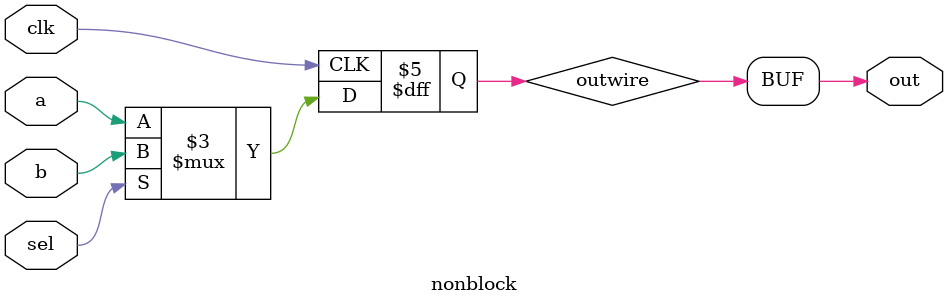
<source format=v>
`timescale 1ns / 1ps


module nonblock(input a,input b,input sel,input clk, output out    );
//reg result;
reg outwire;
always @ (posedge clk)// always @ *
begin
if (sel)
  begin
   //result=b;
   outwire<=b;
  end
  else
   begin
  //result=a;
  outwire<=a;
    end
  
end//end always
 
 assign out=outwire;



endmodule

</source>
